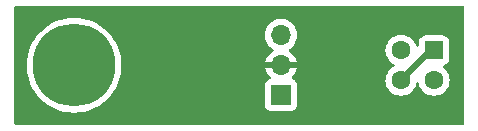
<source format=gbr>
%TF.SameCoordinates,Original*%
%TF.FileFunction,Copper,L2,Bot*%
%TF.FilePolarity,Positive*%
%FSLAX46Y46*%
G04 Gerber Fmt 4.6, Leading zero omitted, Abs format (unit mm)*
%MOMM*%
%LPD*%
G01*
G04 APERTURE LIST*
G04 Aperture macros list*
%AMRoundRect*
0 Rectangle with rounded corners*
0 $1 Rounding radius*
0 $2 $3 $4 $5 $6 $7 $8 $9 X,Y pos of 4 corners*
0 Add a 4 corners polygon primitive as box body*
4,1,4,$2,$3,$4,$5,$6,$7,$8,$9,$2,$3,0*
0 Add four circle primitives for the rounded corners*
1,1,$1+$1,$2,$3*
1,1,$1+$1,$4,$5*
1,1,$1+$1,$6,$7*
1,1,$1+$1,$8,$9*
0 Add four rect primitives between the rounded corners*
20,1,$1+$1,$2,$3,$4,$5,0*
20,1,$1+$1,$4,$5,$6,$7,0*
20,1,$1+$1,$6,$7,$8,$9,0*
20,1,$1+$1,$8,$9,$2,$3,0*%
G04 Aperture macros list end*
%TA.AperFunction,ComponentPad*%
%ADD10R,1.700000X1.700000*%
%TD*%
%TA.AperFunction,ComponentPad*%
%ADD11O,1.700000X1.700000*%
%TD*%
%TA.AperFunction,ComponentPad*%
%ADD12C,3.900000*%
%TD*%
%TA.AperFunction,ConnectorPad*%
%ADD13C,7.000000*%
%TD*%
%TA.AperFunction,ComponentPad*%
%ADD14RoundRect,0.249600X0.550400X0.550400X-0.550400X0.550400X-0.550400X-0.550400X0.550400X-0.550400X0*%
%TD*%
%TA.AperFunction,ComponentPad*%
%ADD15C,1.600000*%
%TD*%
%TA.AperFunction,Conductor*%
%ADD16C,0.250000*%
%TD*%
%TA.AperFunction,Conductor*%
%ADD17C,0.500000*%
%TD*%
G04 APERTURE END LIST*
D10*
%TO.P,J0,1,Pin_1*%
%TO.N,Net-(J0-Pin_1)*%
X122935999Y-100314999D03*
D11*
%TO.P,J0,2,Pin_2*%
%TO.N,GND*%
X122935999Y-97774999D03*
%TO.P,J0,3,Pin_3*%
%TO.N,Net-(J0-Pin_3)*%
X122935999Y-95234999D03*
%TD*%
D12*
%TO.P,H0,1*%
%TO.N,N/C*%
X105410000Y-97790000D03*
D13*
X105410000Y-97790000D03*
%TD*%
D14*
%TO.P,U1,1,A*%
%TO.N,Net-(J0-Pin_1)*%
X135890000Y-96520000D03*
D15*
%TO.P,U1,2,K*%
%TO.N,Net-(U1-K)*%
X135890000Y-99060000D03*
%TO.P,U1,3,C*%
%TO.N,Net-(J0-Pin_1)*%
X133090000Y-99060000D03*
%TO.P,U1,4,E*%
%TO.N,Net-(J0-Pin_3)*%
X133090000Y-96520000D03*
%TD*%
D16*
%TO.N,Net-(J0-Pin_1)*%
X135890000Y-96520000D02*
X135630000Y-96520000D01*
D17*
X135630000Y-96520000D02*
X133090000Y-99060000D01*
%TD*%
%TA.AperFunction,Conductor*%
%TO.N,GND*%
G36*
X138342500Y-92752113D02*
G01*
X138387887Y-92797500D01*
X138404500Y-92859500D01*
X138404500Y-102720500D01*
X138387887Y-102782500D01*
X138342500Y-102827887D01*
X138280500Y-102844500D01*
X100479500Y-102844500D01*
X100417500Y-102827887D01*
X100372113Y-102782500D01*
X100355500Y-102720500D01*
X100355500Y-97790000D01*
X101396666Y-97790000D01*
X101396815Y-97793033D01*
X101415841Y-98180335D01*
X101415842Y-98180347D01*
X101415991Y-98183376D01*
X101416435Y-98186372D01*
X101416437Y-98186388D01*
X101467215Y-98528702D01*
X101473781Y-98572963D01*
X101474515Y-98575894D01*
X101474517Y-98575903D01*
X101568740Y-98952062D01*
X101568744Y-98952077D01*
X101569479Y-98955009D01*
X101702163Y-99325836D01*
X101703461Y-99328580D01*
X101703465Y-99328590D01*
X101791226Y-99514146D01*
X101870555Y-99681873D01*
X102073035Y-100019689D01*
X102307651Y-100336032D01*
X102572144Y-100627856D01*
X102863968Y-100892349D01*
X103180311Y-101126965D01*
X103518127Y-101329445D01*
X103874164Y-101497837D01*
X104244991Y-101630521D01*
X104627037Y-101726219D01*
X105016624Y-101784009D01*
X105410000Y-101803334D01*
X105803376Y-101784009D01*
X106192963Y-101726219D01*
X106575009Y-101630521D01*
X106945836Y-101497837D01*
X107301873Y-101329445D01*
X107495084Y-101213638D01*
X121577500Y-101213638D01*
X121584011Y-101274201D01*
X121586717Y-101281458D01*
X121586719Y-101281463D01*
X121604616Y-101329445D01*
X121635111Y-101411204D01*
X121722739Y-101528261D01*
X121839796Y-101615889D01*
X121976799Y-101666989D01*
X122037362Y-101673500D01*
X123831328Y-101673500D01*
X123834638Y-101673500D01*
X123895201Y-101666989D01*
X124032204Y-101615889D01*
X124149261Y-101528261D01*
X124236889Y-101411204D01*
X124287989Y-101274201D01*
X124294500Y-101213638D01*
X124294500Y-99416362D01*
X124287989Y-99355799D01*
X124236889Y-99218796D01*
X124149261Y-99101739D01*
X124093504Y-99060000D01*
X131776502Y-99060000D01*
X131776974Y-99065395D01*
X131795984Y-99282688D01*
X131795985Y-99282695D01*
X131796457Y-99288087D01*
X131797856Y-99293308D01*
X131797858Y-99293319D01*
X131854316Y-99504021D01*
X131854318Y-99504028D01*
X131855716Y-99509243D01*
X131952477Y-99716749D01*
X131955584Y-99721186D01*
X132080696Y-99899865D01*
X132080699Y-99899869D01*
X132083802Y-99904300D01*
X132245700Y-100066198D01*
X132433251Y-100197523D01*
X132640757Y-100294284D01*
X132645977Y-100295682D01*
X132645978Y-100295683D01*
X132856680Y-100352141D01*
X132856682Y-100352141D01*
X132861913Y-100353543D01*
X133090000Y-100373498D01*
X133318087Y-100353543D01*
X133539243Y-100294284D01*
X133746749Y-100197523D01*
X133934300Y-100066198D01*
X134096198Y-99904300D01*
X134227523Y-99716749D01*
X134324284Y-99509243D01*
X134370225Y-99337789D01*
X134402319Y-99282203D01*
X134457906Y-99250109D01*
X134522094Y-99250109D01*
X134577681Y-99282203D01*
X134609775Y-99337790D01*
X134654316Y-99504021D01*
X134654318Y-99504028D01*
X134655716Y-99509243D01*
X134752477Y-99716749D01*
X134755584Y-99721186D01*
X134880696Y-99899865D01*
X134880699Y-99899869D01*
X134883802Y-99904300D01*
X135045700Y-100066198D01*
X135233251Y-100197523D01*
X135440757Y-100294284D01*
X135445977Y-100295682D01*
X135445978Y-100295683D01*
X135656680Y-100352141D01*
X135656682Y-100352141D01*
X135661913Y-100353543D01*
X135890000Y-100373498D01*
X136118087Y-100353543D01*
X136339243Y-100294284D01*
X136546749Y-100197523D01*
X136734300Y-100066198D01*
X136896198Y-99904300D01*
X137027523Y-99716749D01*
X137124284Y-99509243D01*
X137183543Y-99288087D01*
X137203498Y-99060000D01*
X137183543Y-98831913D01*
X137124284Y-98610757D01*
X137027523Y-98403251D01*
X136896198Y-98215700D01*
X136734300Y-98053802D01*
X136729867Y-98050698D01*
X136729860Y-98050692D01*
X136663035Y-98003901D01*
X136620299Y-97951440D01*
X136611467Y-97884354D01*
X136639169Y-97822620D01*
X136695154Y-97784620D01*
X136762968Y-97762149D01*
X136913802Y-97669114D01*
X137039114Y-97543802D01*
X137132149Y-97392968D01*
X137187893Y-97224745D01*
X137198500Y-97120918D01*
X137198500Y-95919082D01*
X137187893Y-95815255D01*
X137132149Y-95647032D01*
X137039114Y-95496198D01*
X136913802Y-95370886D01*
X136762968Y-95277851D01*
X136756116Y-95275580D01*
X136756113Y-95275579D01*
X136607872Y-95226457D01*
X136594745Y-95222107D01*
X136588012Y-95221419D01*
X136588007Y-95221418D01*
X136494049Y-95211819D01*
X136494032Y-95211818D01*
X136490918Y-95211500D01*
X135289082Y-95211500D01*
X135285968Y-95211818D01*
X135285950Y-95211819D01*
X135191992Y-95221418D01*
X135191985Y-95221419D01*
X135185255Y-95222107D01*
X135178827Y-95224236D01*
X135178827Y-95224237D01*
X135023886Y-95275579D01*
X135023880Y-95275581D01*
X135017032Y-95277851D01*
X135010888Y-95281640D01*
X135010887Y-95281641D01*
X135000575Y-95288002D01*
X134866198Y-95370886D01*
X134861090Y-95375993D01*
X134861086Y-95375997D01*
X134745997Y-95491086D01*
X134745993Y-95491090D01*
X134740886Y-95496198D01*
X134737094Y-95502345D01*
X134737093Y-95502347D01*
X134730028Y-95513802D01*
X134647851Y-95647032D01*
X134645581Y-95653880D01*
X134645579Y-95653886D01*
X134636160Y-95682312D01*
X134592107Y-95815255D01*
X134591419Y-95821985D01*
X134591418Y-95821992D01*
X134581819Y-95915950D01*
X134581818Y-95915968D01*
X134581500Y-95919082D01*
X134581500Y-95922231D01*
X134581500Y-96088825D01*
X134567489Y-96146082D01*
X134528624Y-96190400D01*
X134473685Y-96211764D01*
X134415090Y-96205347D01*
X134366078Y-96172598D01*
X134337725Y-96120919D01*
X134325683Y-96075978D01*
X134325682Y-96075977D01*
X134324284Y-96070757D01*
X134227523Y-95863251D01*
X134096198Y-95675700D01*
X133934300Y-95513802D01*
X133929869Y-95510699D01*
X133929865Y-95510696D01*
X133751186Y-95385584D01*
X133751187Y-95385584D01*
X133746749Y-95382477D01*
X133713758Y-95367093D01*
X133544146Y-95288002D01*
X133544143Y-95288000D01*
X133539243Y-95285716D01*
X133534028Y-95284318D01*
X133534021Y-95284316D01*
X133323319Y-95227858D01*
X133323308Y-95227856D01*
X133318087Y-95226457D01*
X133312695Y-95225985D01*
X133312688Y-95225984D01*
X133095395Y-95206974D01*
X133090000Y-95206502D01*
X133084605Y-95206974D01*
X132867311Y-95225984D01*
X132867302Y-95225985D01*
X132861913Y-95226457D01*
X132856692Y-95227855D01*
X132856680Y-95227858D01*
X132645978Y-95284316D01*
X132645967Y-95284319D01*
X132640757Y-95285716D01*
X132635860Y-95287999D01*
X132635853Y-95288002D01*
X132438165Y-95380185D01*
X132438159Y-95380188D01*
X132433251Y-95382477D01*
X132428817Y-95385581D01*
X132428813Y-95385584D01*
X132250134Y-95510696D01*
X132250124Y-95510703D01*
X132245700Y-95513802D01*
X132241874Y-95517627D01*
X132241868Y-95517633D01*
X132087633Y-95671868D01*
X132087627Y-95671874D01*
X132083802Y-95675700D01*
X132080703Y-95680124D01*
X132080696Y-95680134D01*
X131955584Y-95858813D01*
X131955581Y-95858817D01*
X131952477Y-95863251D01*
X131950188Y-95868159D01*
X131950185Y-95868165D01*
X131858002Y-96065853D01*
X131857999Y-96065860D01*
X131855716Y-96070757D01*
X131854319Y-96075967D01*
X131854316Y-96075978D01*
X131797858Y-96286680D01*
X131797855Y-96286692D01*
X131796457Y-96291913D01*
X131795985Y-96297302D01*
X131795984Y-96297311D01*
X131778117Y-96501543D01*
X131776502Y-96520000D01*
X131776974Y-96525395D01*
X131795984Y-96742688D01*
X131795985Y-96742695D01*
X131796457Y-96748087D01*
X131797856Y-96753308D01*
X131797858Y-96753319D01*
X131854316Y-96964021D01*
X131854318Y-96964028D01*
X131855716Y-96969243D01*
X131858000Y-96974143D01*
X131858002Y-96974146D01*
X131874737Y-97010035D01*
X131952477Y-97176749D01*
X131955584Y-97181186D01*
X132080696Y-97359865D01*
X132080699Y-97359869D01*
X132083802Y-97364300D01*
X132245700Y-97526198D01*
X132433251Y-97657523D01*
X132476346Y-97677618D01*
X132528521Y-97723375D01*
X132547941Y-97790000D01*
X132528521Y-97856625D01*
X132476346Y-97902381D01*
X132458348Y-97910773D01*
X132438161Y-97920187D01*
X132438156Y-97920189D01*
X132433251Y-97922477D01*
X132428817Y-97925581D01*
X132428813Y-97925584D01*
X132250134Y-98050696D01*
X132250124Y-98050703D01*
X132245700Y-98053802D01*
X132241874Y-98057627D01*
X132241868Y-98057633D01*
X132087633Y-98211868D01*
X132087627Y-98211874D01*
X132083802Y-98215700D01*
X132080703Y-98220124D01*
X132080696Y-98220134D01*
X131955584Y-98398813D01*
X131955581Y-98398817D01*
X131952477Y-98403251D01*
X131950188Y-98408159D01*
X131950185Y-98408165D01*
X131858002Y-98605853D01*
X131857999Y-98605860D01*
X131855716Y-98610757D01*
X131854319Y-98615967D01*
X131854316Y-98615978D01*
X131797858Y-98826680D01*
X131797855Y-98826692D01*
X131796457Y-98831913D01*
X131795985Y-98837302D01*
X131795984Y-98837311D01*
X131784987Y-98963011D01*
X131776502Y-99060000D01*
X124093504Y-99060000D01*
X124039304Y-99019426D01*
X124039303Y-99019425D01*
X124032204Y-99014111D01*
X124023896Y-99011012D01*
X124023894Y-99011011D01*
X123937432Y-98978762D01*
X123902618Y-98965777D01*
X123852240Y-98930798D01*
X123824787Y-98875954D01*
X123826976Y-98814661D01*
X123858272Y-98761914D01*
X123970284Y-98649902D01*
X123977215Y-98641643D01*
X124106498Y-98457008D01*
X124111886Y-98447676D01*
X124207143Y-98243397D01*
X124210831Y-98233263D01*
X124262943Y-98038780D01*
X124263311Y-98027551D01*
X124252369Y-98025000D01*
X121619631Y-98025000D01*
X121608688Y-98027551D01*
X121609056Y-98038780D01*
X121661168Y-98233263D01*
X121664856Y-98243397D01*
X121760113Y-98447676D01*
X121765501Y-98457008D01*
X121894784Y-98641643D01*
X121901721Y-98649909D01*
X122013727Y-98761915D01*
X122045023Y-98814661D01*
X122047212Y-98875954D01*
X122019759Y-98930798D01*
X121969380Y-98965778D01*
X121848105Y-99011011D01*
X121848099Y-99011013D01*
X121839796Y-99014111D01*
X121832698Y-99019423D01*
X121832695Y-99019426D01*
X121729835Y-99096426D01*
X121729831Y-99096429D01*
X121722739Y-99101739D01*
X121717429Y-99108831D01*
X121717426Y-99108835D01*
X121640426Y-99211695D01*
X121640423Y-99211698D01*
X121635111Y-99218796D01*
X121632013Y-99227099D01*
X121632011Y-99227105D01*
X121586719Y-99348536D01*
X121586717Y-99348543D01*
X121584011Y-99355799D01*
X121583182Y-99363500D01*
X121583182Y-99363505D01*
X121577853Y-99413075D01*
X121577500Y-99416362D01*
X121577500Y-101213638D01*
X107495084Y-101213638D01*
X107639689Y-101126965D01*
X107956032Y-100892349D01*
X108247856Y-100627856D01*
X108512349Y-100336032D01*
X108746965Y-100019689D01*
X108949445Y-99681873D01*
X109117837Y-99325836D01*
X109250521Y-98955009D01*
X109346219Y-98572963D01*
X109404009Y-98183376D01*
X109423334Y-97790000D01*
X109404009Y-97396624D01*
X109346219Y-97007037D01*
X109250521Y-96624991D01*
X109117837Y-96254164D01*
X108949445Y-95898127D01*
X108746965Y-95560311D01*
X108512349Y-95243968D01*
X108504221Y-95235000D01*
X121572844Y-95235000D01*
X121573268Y-95240117D01*
X121591011Y-95454248D01*
X121591012Y-95454256D01*
X121591436Y-95459368D01*
X121592693Y-95464335D01*
X121592695Y-95464342D01*
X121616381Y-95557875D01*
X121646704Y-95677616D01*
X121648764Y-95682312D01*
X121735080Y-95879096D01*
X121735083Y-95879101D01*
X121737140Y-95883791D01*
X121760197Y-95919082D01*
X121857474Y-96067977D01*
X121857477Y-96067981D01*
X121860278Y-96072268D01*
X121863752Y-96076041D01*
X121863753Y-96076043D01*
X122009288Y-96234135D01*
X122009291Y-96234138D01*
X122012760Y-96237906D01*
X122063278Y-96277226D01*
X122186376Y-96373039D01*
X122186381Y-96373042D01*
X122190424Y-96376189D01*
X122233691Y-96399604D01*
X122233695Y-96399606D01*
X122279335Y-96442155D01*
X122298475Y-96501545D01*
X122286267Y-96562737D01*
X122245803Y-96610236D01*
X122069352Y-96733788D01*
X122061092Y-96740719D01*
X121901719Y-96900092D01*
X121894784Y-96908357D01*
X121765508Y-97092982D01*
X121760110Y-97102332D01*
X121664856Y-97306602D01*
X121661168Y-97316736D01*
X121609056Y-97511219D01*
X121608688Y-97522448D01*
X121619631Y-97525000D01*
X124252369Y-97525000D01*
X124263311Y-97522448D01*
X124262943Y-97511219D01*
X124210831Y-97316736D01*
X124207143Y-97306602D01*
X124111889Y-97102332D01*
X124106491Y-97092982D01*
X123977215Y-96908357D01*
X123970280Y-96900092D01*
X123810909Y-96740721D01*
X123802635Y-96733778D01*
X123626198Y-96610234D01*
X123585734Y-96562735D01*
X123573526Y-96501543D01*
X123592666Y-96442153D01*
X123638304Y-96399606D01*
X123681576Y-96376189D01*
X123859240Y-96237906D01*
X124011722Y-96072268D01*
X124134860Y-95883791D01*
X124225296Y-95677616D01*
X124280564Y-95459368D01*
X124299156Y-95235000D01*
X124280564Y-95010632D01*
X124225296Y-94792384D01*
X124134860Y-94586209D01*
X124011722Y-94397732D01*
X124008246Y-94393956D01*
X123862711Y-94235864D01*
X123862708Y-94235861D01*
X123859240Y-94232094D01*
X123846597Y-94222253D01*
X123685623Y-94096960D01*
X123685615Y-94096955D01*
X123681576Y-94093811D01*
X123677071Y-94091373D01*
X123677065Y-94091369D01*
X123488080Y-93989096D01*
X123488074Y-93989093D01*
X123483574Y-93986658D01*
X123478733Y-93984996D01*
X123478726Y-93984993D01*
X123275488Y-93915222D01*
X123275487Y-93915221D01*
X123270635Y-93913556D01*
X123265585Y-93912713D01*
X123265576Y-93912711D01*
X123053631Y-93877344D01*
X123053622Y-93877343D01*
X123048569Y-93876500D01*
X122823431Y-93876500D01*
X122818378Y-93877343D01*
X122818368Y-93877344D01*
X122606423Y-93912711D01*
X122606411Y-93912713D01*
X122601365Y-93913556D01*
X122596515Y-93915220D01*
X122596511Y-93915222D01*
X122393273Y-93984993D01*
X122393262Y-93984997D01*
X122388426Y-93986658D01*
X122383929Y-93989091D01*
X122383919Y-93989096D01*
X122194934Y-94091369D01*
X122194922Y-94091376D01*
X122190424Y-94093811D01*
X122186389Y-94096951D01*
X122186376Y-94096960D01*
X122016801Y-94228948D01*
X122016795Y-94228952D01*
X122012760Y-94232094D01*
X122009297Y-94235855D01*
X122009288Y-94235864D01*
X121863753Y-94393956D01*
X121863747Y-94393963D01*
X121860278Y-94397732D01*
X121857481Y-94402012D01*
X121857474Y-94402022D01*
X121739942Y-94581920D01*
X121737140Y-94586209D01*
X121735085Y-94590892D01*
X121735080Y-94590903D01*
X121691746Y-94689697D01*
X121646704Y-94792384D01*
X121645446Y-94797349D01*
X121645445Y-94797354D01*
X121592695Y-95005657D01*
X121592693Y-95005666D01*
X121591436Y-95010632D01*
X121591012Y-95015741D01*
X121591011Y-95015751D01*
X121575205Y-95206502D01*
X121572844Y-95235000D01*
X108504221Y-95235000D01*
X108247856Y-94952144D01*
X107956032Y-94687651D01*
X107639689Y-94453035D01*
X107301873Y-94250555D01*
X107256189Y-94228948D01*
X106948590Y-94083465D01*
X106948580Y-94083461D01*
X106945836Y-94082163D01*
X106942962Y-94081134D01*
X106942958Y-94081133D01*
X106577876Y-93950505D01*
X106577879Y-93950505D01*
X106575009Y-93949479D01*
X106572077Y-93948744D01*
X106572062Y-93948740D01*
X106195903Y-93854517D01*
X106195894Y-93854515D01*
X106192963Y-93853781D01*
X106189966Y-93853336D01*
X106189964Y-93853336D01*
X105806388Y-93796437D01*
X105806372Y-93796435D01*
X105803376Y-93795991D01*
X105800347Y-93795842D01*
X105800335Y-93795841D01*
X105413033Y-93776815D01*
X105410000Y-93776666D01*
X105406967Y-93776815D01*
X105019664Y-93795841D01*
X105019650Y-93795842D01*
X105016624Y-93795991D01*
X105013629Y-93796435D01*
X105013611Y-93796437D01*
X104630035Y-93853336D01*
X104630029Y-93853337D01*
X104627037Y-93853781D01*
X104624109Y-93854514D01*
X104624096Y-93854517D01*
X104247937Y-93948740D01*
X104247916Y-93948746D01*
X104244991Y-93949479D01*
X104242126Y-93950503D01*
X104242123Y-93950505D01*
X103877041Y-94081133D01*
X103877030Y-94081137D01*
X103874164Y-94082163D01*
X103871426Y-94083457D01*
X103871409Y-94083465D01*
X103520879Y-94249253D01*
X103520872Y-94249256D01*
X103518127Y-94250555D01*
X103515518Y-94252118D01*
X103515510Y-94252123D01*
X103182916Y-94451473D01*
X103182907Y-94451478D01*
X103180311Y-94453035D01*
X103177883Y-94454834D01*
X103177875Y-94454841D01*
X102866411Y-94685839D01*
X102863968Y-94687651D01*
X102861716Y-94689691D01*
X102861710Y-94689697D01*
X102574396Y-94950102D01*
X102574386Y-94950111D01*
X102572144Y-94952144D01*
X102570111Y-94954386D01*
X102570102Y-94954396D01*
X102309697Y-95241710D01*
X102309691Y-95241716D01*
X102307651Y-95243968D01*
X102305840Y-95246409D01*
X102305839Y-95246411D01*
X102074841Y-95557875D01*
X102074834Y-95557883D01*
X102073035Y-95560311D01*
X102071478Y-95562907D01*
X102071473Y-95562916D01*
X101872123Y-95895510D01*
X101872118Y-95895518D01*
X101870555Y-95898127D01*
X101869256Y-95900872D01*
X101869253Y-95900879D01*
X101703465Y-96251409D01*
X101703457Y-96251426D01*
X101702163Y-96254164D01*
X101701137Y-96257030D01*
X101701133Y-96257041D01*
X101574759Y-96610234D01*
X101569479Y-96624991D01*
X101568746Y-96627916D01*
X101568740Y-96627937D01*
X101474517Y-97004096D01*
X101474514Y-97004109D01*
X101473781Y-97007037D01*
X101473337Y-97010029D01*
X101473336Y-97010035D01*
X101416437Y-97393611D01*
X101416435Y-97393629D01*
X101415991Y-97396624D01*
X101415842Y-97399650D01*
X101415841Y-97399664D01*
X101402418Y-97672906D01*
X101396666Y-97790000D01*
X100355500Y-97790000D01*
X100355500Y-92859500D01*
X100372113Y-92797500D01*
X100417500Y-92752113D01*
X100479500Y-92735500D01*
X138280500Y-92735500D01*
X138342500Y-92752113D01*
G37*
%TD.AperFunction*%
%TD*%
M02*

</source>
